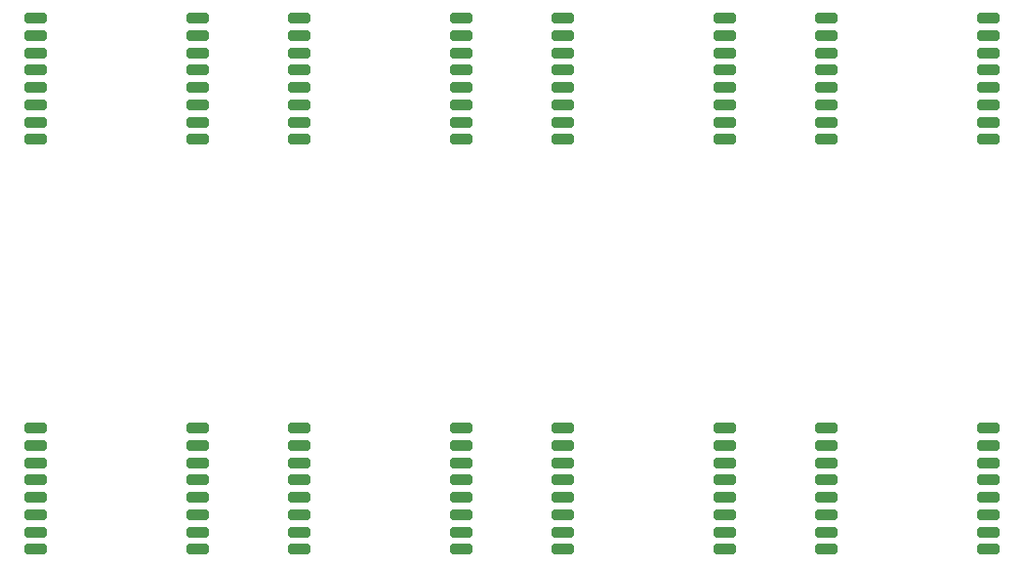
<source format=gtp>
G04 EAGLE Gerber RS-274X export*
G75*
%MOMM*%
%FSLAX34Y34*%
%LPD*%
%INTop Paste*%
%IPPOS*%
%AMOC8*
5,1,8,0,0,1.08239X$1,22.5*%
G01*
%ADD10C,0.648000*%


D10*
X41360Y198830D02*
X28840Y198830D01*
X28840Y201350D01*
X41360Y201350D01*
X41360Y198830D01*
X41360Y183830D02*
X28840Y183830D01*
X28840Y186350D01*
X41360Y186350D01*
X41360Y183830D01*
X41360Y168830D02*
X28840Y168830D01*
X28840Y171350D01*
X41360Y171350D01*
X41360Y168830D01*
X41360Y153830D02*
X28840Y153830D01*
X28840Y156350D01*
X41360Y156350D01*
X41360Y153830D01*
X41360Y138830D02*
X28840Y138830D01*
X28840Y141350D01*
X41360Y141350D01*
X41360Y138830D01*
X41360Y123830D02*
X28840Y123830D01*
X28840Y126350D01*
X41360Y126350D01*
X41360Y123830D01*
X41360Y108830D02*
X28840Y108830D01*
X28840Y111350D01*
X41360Y111350D01*
X41360Y108830D01*
X41360Y93830D02*
X28840Y93830D01*
X28840Y96350D01*
X41360Y96350D01*
X41360Y93830D01*
X169840Y93830D02*
X182360Y93830D01*
X169840Y93830D02*
X169840Y96350D01*
X182360Y96350D01*
X182360Y93830D01*
X182360Y108830D02*
X169840Y108830D01*
X169840Y111350D01*
X182360Y111350D01*
X182360Y108830D01*
X182360Y123830D02*
X169840Y123830D01*
X169840Y126350D01*
X182360Y126350D01*
X182360Y123830D01*
X182360Y138830D02*
X169840Y138830D01*
X169840Y141350D01*
X182360Y141350D01*
X182360Y138830D01*
X182360Y153830D02*
X169840Y153830D01*
X169840Y156350D01*
X182360Y156350D01*
X182360Y153830D01*
X182360Y168830D02*
X169840Y168830D01*
X169840Y171350D01*
X182360Y171350D01*
X182360Y168830D01*
X182360Y183830D02*
X169840Y183830D01*
X169840Y186350D01*
X182360Y186350D01*
X182360Y183830D01*
X182360Y198830D02*
X169840Y198830D01*
X169840Y201350D01*
X182360Y201350D01*
X182360Y198830D01*
X257440Y198830D02*
X269960Y198830D01*
X257440Y198830D02*
X257440Y201350D01*
X269960Y201350D01*
X269960Y198830D01*
X269960Y183830D02*
X257440Y183830D01*
X257440Y186350D01*
X269960Y186350D01*
X269960Y183830D01*
X269960Y168830D02*
X257440Y168830D01*
X257440Y171350D01*
X269960Y171350D01*
X269960Y168830D01*
X269960Y153830D02*
X257440Y153830D01*
X257440Y156350D01*
X269960Y156350D01*
X269960Y153830D01*
X269960Y138830D02*
X257440Y138830D01*
X257440Y141350D01*
X269960Y141350D01*
X269960Y138830D01*
X269960Y123830D02*
X257440Y123830D01*
X257440Y126350D01*
X269960Y126350D01*
X269960Y123830D01*
X269960Y108830D02*
X257440Y108830D01*
X257440Y111350D01*
X269960Y111350D01*
X269960Y108830D01*
X269960Y93830D02*
X257440Y93830D01*
X257440Y96350D01*
X269960Y96350D01*
X269960Y93830D01*
X398440Y93830D02*
X410960Y93830D01*
X398440Y93830D02*
X398440Y96350D01*
X410960Y96350D01*
X410960Y93830D01*
X410960Y108830D02*
X398440Y108830D01*
X398440Y111350D01*
X410960Y111350D01*
X410960Y108830D01*
X410960Y123830D02*
X398440Y123830D01*
X398440Y126350D01*
X410960Y126350D01*
X410960Y123830D01*
X410960Y138830D02*
X398440Y138830D01*
X398440Y141350D01*
X410960Y141350D01*
X410960Y138830D01*
X410960Y153830D02*
X398440Y153830D01*
X398440Y156350D01*
X410960Y156350D01*
X410960Y153830D01*
X410960Y168830D02*
X398440Y168830D01*
X398440Y171350D01*
X410960Y171350D01*
X410960Y168830D01*
X410960Y183830D02*
X398440Y183830D01*
X398440Y186350D01*
X410960Y186350D01*
X410960Y183830D01*
X410960Y198830D02*
X398440Y198830D01*
X398440Y201350D01*
X410960Y201350D01*
X410960Y198830D01*
X486040Y198830D02*
X498560Y198830D01*
X486040Y198830D02*
X486040Y201350D01*
X498560Y201350D01*
X498560Y198830D01*
X498560Y183830D02*
X486040Y183830D01*
X486040Y186350D01*
X498560Y186350D01*
X498560Y183830D01*
X498560Y168830D02*
X486040Y168830D01*
X486040Y171350D01*
X498560Y171350D01*
X498560Y168830D01*
X498560Y153830D02*
X486040Y153830D01*
X486040Y156350D01*
X498560Y156350D01*
X498560Y153830D01*
X498560Y138830D02*
X486040Y138830D01*
X486040Y141350D01*
X498560Y141350D01*
X498560Y138830D01*
X498560Y123830D02*
X486040Y123830D01*
X486040Y126350D01*
X498560Y126350D01*
X498560Y123830D01*
X498560Y108830D02*
X486040Y108830D01*
X486040Y111350D01*
X498560Y111350D01*
X498560Y108830D01*
X498560Y93830D02*
X486040Y93830D01*
X486040Y96350D01*
X498560Y96350D01*
X498560Y93830D01*
X627040Y93830D02*
X639560Y93830D01*
X627040Y93830D02*
X627040Y96350D01*
X639560Y96350D01*
X639560Y93830D01*
X639560Y108830D02*
X627040Y108830D01*
X627040Y111350D01*
X639560Y111350D01*
X639560Y108830D01*
X639560Y123830D02*
X627040Y123830D01*
X627040Y126350D01*
X639560Y126350D01*
X639560Y123830D01*
X639560Y138830D02*
X627040Y138830D01*
X627040Y141350D01*
X639560Y141350D01*
X639560Y138830D01*
X639560Y153830D02*
X627040Y153830D01*
X627040Y156350D01*
X639560Y156350D01*
X639560Y153830D01*
X639560Y168830D02*
X627040Y168830D01*
X627040Y171350D01*
X639560Y171350D01*
X639560Y168830D01*
X639560Y183830D02*
X627040Y183830D01*
X627040Y186350D01*
X639560Y186350D01*
X639560Y183830D01*
X639560Y198830D02*
X627040Y198830D01*
X627040Y201350D01*
X639560Y201350D01*
X639560Y198830D01*
X714640Y198830D02*
X727160Y198830D01*
X714640Y198830D02*
X714640Y201350D01*
X727160Y201350D01*
X727160Y198830D01*
X727160Y183830D02*
X714640Y183830D01*
X714640Y186350D01*
X727160Y186350D01*
X727160Y183830D01*
X727160Y168830D02*
X714640Y168830D01*
X714640Y171350D01*
X727160Y171350D01*
X727160Y168830D01*
X727160Y153830D02*
X714640Y153830D01*
X714640Y156350D01*
X727160Y156350D01*
X727160Y153830D01*
X727160Y138830D02*
X714640Y138830D01*
X714640Y141350D01*
X727160Y141350D01*
X727160Y138830D01*
X727160Y123830D02*
X714640Y123830D01*
X714640Y126350D01*
X727160Y126350D01*
X727160Y123830D01*
X727160Y108830D02*
X714640Y108830D01*
X714640Y111350D01*
X727160Y111350D01*
X727160Y108830D01*
X727160Y93830D02*
X714640Y93830D01*
X714640Y96350D01*
X727160Y96350D01*
X727160Y93830D01*
X855640Y93830D02*
X868160Y93830D01*
X855640Y93830D02*
X855640Y96350D01*
X868160Y96350D01*
X868160Y93830D01*
X868160Y108830D02*
X855640Y108830D01*
X855640Y111350D01*
X868160Y111350D01*
X868160Y108830D01*
X868160Y123830D02*
X855640Y123830D01*
X855640Y126350D01*
X868160Y126350D01*
X868160Y123830D01*
X868160Y138830D02*
X855640Y138830D01*
X855640Y141350D01*
X868160Y141350D01*
X868160Y138830D01*
X868160Y153830D02*
X855640Y153830D01*
X855640Y156350D01*
X868160Y156350D01*
X868160Y153830D01*
X868160Y168830D02*
X855640Y168830D01*
X855640Y171350D01*
X868160Y171350D01*
X868160Y168830D01*
X868160Y183830D02*
X855640Y183830D01*
X855640Y186350D01*
X868160Y186350D01*
X868160Y183830D01*
X868160Y198830D02*
X855640Y198830D01*
X855640Y201350D01*
X868160Y201350D01*
X868160Y198830D01*
X41360Y554430D02*
X28840Y554430D01*
X28840Y556950D01*
X41360Y556950D01*
X41360Y554430D01*
X41360Y539430D02*
X28840Y539430D01*
X28840Y541950D01*
X41360Y541950D01*
X41360Y539430D01*
X41360Y524430D02*
X28840Y524430D01*
X28840Y526950D01*
X41360Y526950D01*
X41360Y524430D01*
X41360Y509430D02*
X28840Y509430D01*
X28840Y511950D01*
X41360Y511950D01*
X41360Y509430D01*
X41360Y494430D02*
X28840Y494430D01*
X28840Y496950D01*
X41360Y496950D01*
X41360Y494430D01*
X41360Y479430D02*
X28840Y479430D01*
X28840Y481950D01*
X41360Y481950D01*
X41360Y479430D01*
X41360Y464430D02*
X28840Y464430D01*
X28840Y466950D01*
X41360Y466950D01*
X41360Y464430D01*
X41360Y449430D02*
X28840Y449430D01*
X28840Y451950D01*
X41360Y451950D01*
X41360Y449430D01*
X169840Y449430D02*
X182360Y449430D01*
X169840Y449430D02*
X169840Y451950D01*
X182360Y451950D01*
X182360Y449430D01*
X182360Y464430D02*
X169840Y464430D01*
X169840Y466950D01*
X182360Y466950D01*
X182360Y464430D01*
X182360Y479430D02*
X169840Y479430D01*
X169840Y481950D01*
X182360Y481950D01*
X182360Y479430D01*
X182360Y494430D02*
X169840Y494430D01*
X169840Y496950D01*
X182360Y496950D01*
X182360Y494430D01*
X182360Y509430D02*
X169840Y509430D01*
X169840Y511950D01*
X182360Y511950D01*
X182360Y509430D01*
X182360Y524430D02*
X169840Y524430D01*
X169840Y526950D01*
X182360Y526950D01*
X182360Y524430D01*
X182360Y539430D02*
X169840Y539430D01*
X169840Y541950D01*
X182360Y541950D01*
X182360Y539430D01*
X182360Y554430D02*
X169840Y554430D01*
X169840Y556950D01*
X182360Y556950D01*
X182360Y554430D01*
X257440Y554430D02*
X269960Y554430D01*
X257440Y554430D02*
X257440Y556950D01*
X269960Y556950D01*
X269960Y554430D01*
X269960Y539430D02*
X257440Y539430D01*
X257440Y541950D01*
X269960Y541950D01*
X269960Y539430D01*
X269960Y524430D02*
X257440Y524430D01*
X257440Y526950D01*
X269960Y526950D01*
X269960Y524430D01*
X269960Y509430D02*
X257440Y509430D01*
X257440Y511950D01*
X269960Y511950D01*
X269960Y509430D01*
X269960Y494430D02*
X257440Y494430D01*
X257440Y496950D01*
X269960Y496950D01*
X269960Y494430D01*
X269960Y479430D02*
X257440Y479430D01*
X257440Y481950D01*
X269960Y481950D01*
X269960Y479430D01*
X269960Y464430D02*
X257440Y464430D01*
X257440Y466950D01*
X269960Y466950D01*
X269960Y464430D01*
X269960Y449430D02*
X257440Y449430D01*
X257440Y451950D01*
X269960Y451950D01*
X269960Y449430D01*
X398440Y449430D02*
X410960Y449430D01*
X398440Y449430D02*
X398440Y451950D01*
X410960Y451950D01*
X410960Y449430D01*
X410960Y464430D02*
X398440Y464430D01*
X398440Y466950D01*
X410960Y466950D01*
X410960Y464430D01*
X410960Y479430D02*
X398440Y479430D01*
X398440Y481950D01*
X410960Y481950D01*
X410960Y479430D01*
X410960Y494430D02*
X398440Y494430D01*
X398440Y496950D01*
X410960Y496950D01*
X410960Y494430D01*
X410960Y509430D02*
X398440Y509430D01*
X398440Y511950D01*
X410960Y511950D01*
X410960Y509430D01*
X410960Y524430D02*
X398440Y524430D01*
X398440Y526950D01*
X410960Y526950D01*
X410960Y524430D01*
X410960Y539430D02*
X398440Y539430D01*
X398440Y541950D01*
X410960Y541950D01*
X410960Y539430D01*
X410960Y554430D02*
X398440Y554430D01*
X398440Y556950D01*
X410960Y556950D01*
X410960Y554430D01*
X486040Y554430D02*
X498560Y554430D01*
X486040Y554430D02*
X486040Y556950D01*
X498560Y556950D01*
X498560Y554430D01*
X498560Y539430D02*
X486040Y539430D01*
X486040Y541950D01*
X498560Y541950D01*
X498560Y539430D01*
X498560Y524430D02*
X486040Y524430D01*
X486040Y526950D01*
X498560Y526950D01*
X498560Y524430D01*
X498560Y509430D02*
X486040Y509430D01*
X486040Y511950D01*
X498560Y511950D01*
X498560Y509430D01*
X498560Y494430D02*
X486040Y494430D01*
X486040Y496950D01*
X498560Y496950D01*
X498560Y494430D01*
X498560Y479430D02*
X486040Y479430D01*
X486040Y481950D01*
X498560Y481950D01*
X498560Y479430D01*
X498560Y464430D02*
X486040Y464430D01*
X486040Y466950D01*
X498560Y466950D01*
X498560Y464430D01*
X498560Y449430D02*
X486040Y449430D01*
X486040Y451950D01*
X498560Y451950D01*
X498560Y449430D01*
X627040Y449430D02*
X639560Y449430D01*
X627040Y449430D02*
X627040Y451950D01*
X639560Y451950D01*
X639560Y449430D01*
X639560Y464430D02*
X627040Y464430D01*
X627040Y466950D01*
X639560Y466950D01*
X639560Y464430D01*
X639560Y479430D02*
X627040Y479430D01*
X627040Y481950D01*
X639560Y481950D01*
X639560Y479430D01*
X639560Y494430D02*
X627040Y494430D01*
X627040Y496950D01*
X639560Y496950D01*
X639560Y494430D01*
X639560Y509430D02*
X627040Y509430D01*
X627040Y511950D01*
X639560Y511950D01*
X639560Y509430D01*
X639560Y524430D02*
X627040Y524430D01*
X627040Y526950D01*
X639560Y526950D01*
X639560Y524430D01*
X639560Y539430D02*
X627040Y539430D01*
X627040Y541950D01*
X639560Y541950D01*
X639560Y539430D01*
X639560Y554430D02*
X627040Y554430D01*
X627040Y556950D01*
X639560Y556950D01*
X639560Y554430D01*
X714640Y554430D02*
X727160Y554430D01*
X714640Y554430D02*
X714640Y556950D01*
X727160Y556950D01*
X727160Y554430D01*
X727160Y539430D02*
X714640Y539430D01*
X714640Y541950D01*
X727160Y541950D01*
X727160Y539430D01*
X727160Y524430D02*
X714640Y524430D01*
X714640Y526950D01*
X727160Y526950D01*
X727160Y524430D01*
X727160Y509430D02*
X714640Y509430D01*
X714640Y511950D01*
X727160Y511950D01*
X727160Y509430D01*
X727160Y494430D02*
X714640Y494430D01*
X714640Y496950D01*
X727160Y496950D01*
X727160Y494430D01*
X727160Y479430D02*
X714640Y479430D01*
X714640Y481950D01*
X727160Y481950D01*
X727160Y479430D01*
X727160Y464430D02*
X714640Y464430D01*
X714640Y466950D01*
X727160Y466950D01*
X727160Y464430D01*
X727160Y449430D02*
X714640Y449430D01*
X714640Y451950D01*
X727160Y451950D01*
X727160Y449430D01*
X855640Y449430D02*
X868160Y449430D01*
X855640Y449430D02*
X855640Y451950D01*
X868160Y451950D01*
X868160Y449430D01*
X868160Y464430D02*
X855640Y464430D01*
X855640Y466950D01*
X868160Y466950D01*
X868160Y464430D01*
X868160Y479430D02*
X855640Y479430D01*
X855640Y481950D01*
X868160Y481950D01*
X868160Y479430D01*
X868160Y494430D02*
X855640Y494430D01*
X855640Y496950D01*
X868160Y496950D01*
X868160Y494430D01*
X868160Y509430D02*
X855640Y509430D01*
X855640Y511950D01*
X868160Y511950D01*
X868160Y509430D01*
X868160Y524430D02*
X855640Y524430D01*
X855640Y526950D01*
X868160Y526950D01*
X868160Y524430D01*
X868160Y539430D02*
X855640Y539430D01*
X855640Y541950D01*
X868160Y541950D01*
X868160Y539430D01*
X868160Y554430D02*
X855640Y554430D01*
X855640Y556950D01*
X868160Y556950D01*
X868160Y554430D01*
M02*

</source>
